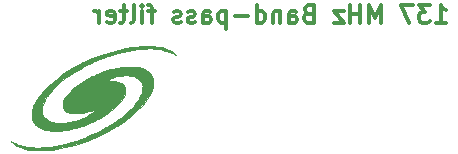
<source format=gbr>
G04 #@! TF.GenerationSoftware,KiCad,Pcbnew,(5.0.2)-1*
G04 #@! TF.CreationDate,2019-05-10T14:36:23+02:00*
G04 #@! TF.ProjectId,137Mhz-BandPass-Filter,3133374d-687a-42d4-9261-6e6450617373,rev?*
G04 #@! TF.SameCoordinates,Original*
G04 #@! TF.FileFunction,Legend,Bot*
G04 #@! TF.FilePolarity,Positive*
%FSLAX46Y46*%
G04 Gerber Fmt 4.6, Leading zero omitted, Abs format (unit mm)*
G04 Created by KiCad (PCBNEW (5.0.2)-1) date 05/10/19 14:36:23*
%MOMM*%
%LPD*%
G01*
G04 APERTURE LIST*
%ADD10C,0.300000*%
%ADD11C,0.010000*%
G04 APERTURE END LIST*
D10*
X150964285Y-113678571D02*
X151821428Y-113678571D01*
X151392857Y-113678571D02*
X151392857Y-112178571D01*
X151535714Y-112392857D01*
X151678571Y-112535714D01*
X151821428Y-112607142D01*
X150464285Y-112178571D02*
X149535714Y-112178571D01*
X150035714Y-112750000D01*
X149821428Y-112750000D01*
X149678571Y-112821428D01*
X149607142Y-112892857D01*
X149535714Y-113035714D01*
X149535714Y-113392857D01*
X149607142Y-113535714D01*
X149678571Y-113607142D01*
X149821428Y-113678571D01*
X150250000Y-113678571D01*
X150392857Y-113607142D01*
X150464285Y-113535714D01*
X149035714Y-112178571D02*
X148035714Y-112178571D01*
X148678571Y-113678571D01*
X146321428Y-113678571D02*
X146321428Y-112178571D01*
X145821428Y-113250000D01*
X145321428Y-112178571D01*
X145321428Y-113678571D01*
X144607142Y-113678571D02*
X144607142Y-112178571D01*
X144607142Y-112892857D02*
X143750000Y-112892857D01*
X143750000Y-113678571D02*
X143750000Y-112178571D01*
X143178571Y-112678571D02*
X142392857Y-112678571D01*
X143178571Y-113678571D01*
X142392857Y-113678571D01*
X140178571Y-112892857D02*
X139964285Y-112964285D01*
X139892857Y-113035714D01*
X139821428Y-113178571D01*
X139821428Y-113392857D01*
X139892857Y-113535714D01*
X139964285Y-113607142D01*
X140107142Y-113678571D01*
X140678571Y-113678571D01*
X140678571Y-112178571D01*
X140178571Y-112178571D01*
X140035714Y-112250000D01*
X139964285Y-112321428D01*
X139892857Y-112464285D01*
X139892857Y-112607142D01*
X139964285Y-112750000D01*
X140035714Y-112821428D01*
X140178571Y-112892857D01*
X140678571Y-112892857D01*
X138535714Y-113678571D02*
X138535714Y-112892857D01*
X138607142Y-112750000D01*
X138750000Y-112678571D01*
X139035714Y-112678571D01*
X139178571Y-112750000D01*
X138535714Y-113607142D02*
X138678571Y-113678571D01*
X139035714Y-113678571D01*
X139178571Y-113607142D01*
X139250000Y-113464285D01*
X139250000Y-113321428D01*
X139178571Y-113178571D01*
X139035714Y-113107142D01*
X138678571Y-113107142D01*
X138535714Y-113035714D01*
X137821428Y-112678571D02*
X137821428Y-113678571D01*
X137821428Y-112821428D02*
X137750000Y-112750000D01*
X137607142Y-112678571D01*
X137392857Y-112678571D01*
X137250000Y-112750000D01*
X137178571Y-112892857D01*
X137178571Y-113678571D01*
X135821428Y-113678571D02*
X135821428Y-112178571D01*
X135821428Y-113607142D02*
X135964285Y-113678571D01*
X136250000Y-113678571D01*
X136392857Y-113607142D01*
X136464285Y-113535714D01*
X136535714Y-113392857D01*
X136535714Y-112964285D01*
X136464285Y-112821428D01*
X136392857Y-112750000D01*
X136250000Y-112678571D01*
X135964285Y-112678571D01*
X135821428Y-112750000D01*
X135107142Y-113107142D02*
X133964285Y-113107142D01*
X133250000Y-112678571D02*
X133250000Y-114178571D01*
X133250000Y-112750000D02*
X133107142Y-112678571D01*
X132821428Y-112678571D01*
X132678571Y-112750000D01*
X132607142Y-112821428D01*
X132535714Y-112964285D01*
X132535714Y-113392857D01*
X132607142Y-113535714D01*
X132678571Y-113607142D01*
X132821428Y-113678571D01*
X133107142Y-113678571D01*
X133250000Y-113607142D01*
X131250000Y-113678571D02*
X131250000Y-112892857D01*
X131321428Y-112750000D01*
X131464285Y-112678571D01*
X131750000Y-112678571D01*
X131892857Y-112750000D01*
X131250000Y-113607142D02*
X131392857Y-113678571D01*
X131750000Y-113678571D01*
X131892857Y-113607142D01*
X131964285Y-113464285D01*
X131964285Y-113321428D01*
X131892857Y-113178571D01*
X131750000Y-113107142D01*
X131392857Y-113107142D01*
X131250000Y-113035714D01*
X130607142Y-113607142D02*
X130464285Y-113678571D01*
X130178571Y-113678571D01*
X130035714Y-113607142D01*
X129964285Y-113464285D01*
X129964285Y-113392857D01*
X130035714Y-113250000D01*
X130178571Y-113178571D01*
X130392857Y-113178571D01*
X130535714Y-113107142D01*
X130607142Y-112964285D01*
X130607142Y-112892857D01*
X130535714Y-112750000D01*
X130392857Y-112678571D01*
X130178571Y-112678571D01*
X130035714Y-112750000D01*
X129392857Y-113607142D02*
X129250000Y-113678571D01*
X128964285Y-113678571D01*
X128821428Y-113607142D01*
X128750000Y-113464285D01*
X128750000Y-113392857D01*
X128821428Y-113250000D01*
X128964285Y-113178571D01*
X129178571Y-113178571D01*
X129321428Y-113107142D01*
X129392857Y-112964285D01*
X129392857Y-112892857D01*
X129321428Y-112750000D01*
X129178571Y-112678571D01*
X128964285Y-112678571D01*
X128821428Y-112750000D01*
X127178571Y-112678571D02*
X126607142Y-112678571D01*
X126964285Y-113678571D02*
X126964285Y-112392857D01*
X126892857Y-112250000D01*
X126750000Y-112178571D01*
X126607142Y-112178571D01*
X126107142Y-113678571D02*
X126107142Y-112678571D01*
X126107142Y-112178571D02*
X126178571Y-112250000D01*
X126107142Y-112321428D01*
X126035714Y-112250000D01*
X126107142Y-112178571D01*
X126107142Y-112321428D01*
X125178571Y-113678571D02*
X125321428Y-113607142D01*
X125392857Y-113464285D01*
X125392857Y-112178571D01*
X124821428Y-112678571D02*
X124250000Y-112678571D01*
X124607142Y-112178571D02*
X124607142Y-113464285D01*
X124535714Y-113607142D01*
X124392857Y-113678571D01*
X124250000Y-113678571D01*
X123178571Y-113607142D02*
X123321428Y-113678571D01*
X123607142Y-113678571D01*
X123750000Y-113607142D01*
X123821428Y-113464285D01*
X123821428Y-112892857D01*
X123750000Y-112750000D01*
X123607142Y-112678571D01*
X123321428Y-112678571D01*
X123178571Y-112750000D01*
X123107142Y-112892857D01*
X123107142Y-113035714D01*
X123821428Y-113178571D01*
X122464285Y-113678571D02*
X122464285Y-112678571D01*
X122464285Y-112964285D02*
X122392857Y-112821428D01*
X122321428Y-112750000D01*
X122178571Y-112678571D01*
X122035714Y-112678571D01*
D11*
G04 #@! TO.C,G\002A\002A\002A*
G36*
X117911400Y-124452861D02*
X118418858Y-124408039D01*
X118951524Y-124333865D01*
X119507149Y-124230441D01*
X120083487Y-124097872D01*
X120678290Y-123936262D01*
X120970546Y-123848139D01*
X121204714Y-123773417D01*
X121411605Y-123702668D01*
X121606006Y-123630154D01*
X121802710Y-123550142D01*
X122016503Y-123456894D01*
X122228600Y-123360223D01*
X122377243Y-123290001D01*
X122545884Y-123207812D01*
X122726251Y-123117924D01*
X122910079Y-123024607D01*
X123089097Y-122932130D01*
X123255039Y-122844764D01*
X123399635Y-122766777D01*
X123514617Y-122702440D01*
X123589249Y-122657619D01*
X123665342Y-122609795D01*
X123753700Y-122555892D01*
X123780307Y-122540000D01*
X123837720Y-122504367D01*
X123927040Y-122447080D01*
X124038044Y-122374868D01*
X124160509Y-122294462D01*
X124284210Y-122212590D01*
X124398924Y-122135983D01*
X124494429Y-122071370D01*
X124540000Y-122039943D01*
X124656902Y-121955736D01*
X124795721Y-121851692D01*
X124946122Y-121735949D01*
X125097774Y-121616642D01*
X125240345Y-121501911D01*
X125363503Y-121399892D01*
X125456916Y-121318722D01*
X125464355Y-121311945D01*
X125801729Y-120989687D01*
X126097773Y-120679476D01*
X126351035Y-120383012D01*
X126560060Y-120102001D01*
X126723396Y-119838143D01*
X126725175Y-119834900D01*
X126770782Y-119751688D01*
X126808633Y-119682695D01*
X126829685Y-119644400D01*
X126857549Y-119587784D01*
X126894620Y-119504873D01*
X126933919Y-119412261D01*
X126968464Y-119326541D01*
X126991276Y-119264307D01*
X126995308Y-119250700D01*
X127009316Y-119195123D01*
X127029318Y-119116133D01*
X127037067Y-119085600D01*
X127049481Y-119006782D01*
X127057990Y-118893790D01*
X127062344Y-118763117D01*
X127062296Y-118631260D01*
X127057595Y-118514710D01*
X127047993Y-118429964D01*
X127047037Y-118425200D01*
X126987382Y-118251681D01*
X126885423Y-118078444D01*
X126748900Y-117914499D01*
X126585555Y-117768853D01*
X126403128Y-117650515D01*
X126364082Y-117630449D01*
X126102095Y-117524763D01*
X125807230Y-117449376D01*
X125477009Y-117403894D01*
X125108951Y-117387921D01*
X124870558Y-117392274D01*
X124729280Y-117398365D01*
X124601799Y-117405028D01*
X124498693Y-117411625D01*
X124430543Y-117417515D01*
X124413000Y-117419972D01*
X124355878Y-117430464D01*
X124267985Y-117445826D01*
X124171700Y-117462169D01*
X123925773Y-117508053D01*
X123668869Y-117564561D01*
X123410285Y-117629027D01*
X123159317Y-117698785D01*
X122925261Y-117771169D01*
X122717414Y-117843512D01*
X122545070Y-117913148D01*
X122463328Y-117952131D01*
X122399133Y-117980227D01*
X122349859Y-117993284D01*
X122346876Y-117993400D01*
X122310136Y-118004590D01*
X122236718Y-118035446D01*
X122134855Y-118081898D01*
X122012783Y-118139876D01*
X121878736Y-118205311D01*
X121740948Y-118274131D01*
X121607655Y-118342267D01*
X121487090Y-118405650D01*
X121387490Y-118460208D01*
X121317087Y-118501873D01*
X121313679Y-118504063D01*
X121255324Y-118541020D01*
X121176157Y-118590186D01*
X121130241Y-118618363D01*
X121048559Y-118670263D01*
X120946631Y-118737844D01*
X120845474Y-118807153D01*
X120838141Y-118812287D01*
X120751649Y-118872791D01*
X120676323Y-118925200D01*
X120625759Y-118960061D01*
X120618937Y-118964687D01*
X120567227Y-119002151D01*
X120542703Y-119022100D01*
X120508597Y-119050647D01*
X120448664Y-119099403D01*
X120387065Y-119148862D01*
X120310390Y-119213862D01*
X120214774Y-119300304D01*
X120116659Y-119393183D01*
X120080913Y-119428262D01*
X119851372Y-119674215D01*
X119666910Y-119910704D01*
X119528035Y-120136574D01*
X119435250Y-120350666D01*
X119389064Y-120551823D01*
X119389981Y-120738890D01*
X119435546Y-120903910D01*
X119477695Y-120986451D01*
X119532852Y-121058187D01*
X119613733Y-121134407D01*
X119657095Y-121170353D01*
X119695701Y-121192082D01*
X119766885Y-121224668D01*
X119855616Y-121261252D01*
X119860295Y-121263083D01*
X119930342Y-121288957D01*
X119993583Y-121307229D01*
X120061256Y-121319264D01*
X120144597Y-121326426D01*
X120254845Y-121330082D01*
X120403236Y-121331595D01*
X120425200Y-121331703D01*
X120570443Y-121331193D01*
X120705747Y-121328584D01*
X120819241Y-121324256D01*
X120899053Y-121318592D01*
X120920500Y-121315765D01*
X121109201Y-121279250D01*
X121330377Y-121230436D01*
X121568231Y-121172860D01*
X121636286Y-121155491D01*
X121753524Y-121128007D01*
X121861124Y-121107736D01*
X121944252Y-121097225D01*
X121977885Y-121096810D01*
X122060897Y-121104900D01*
X121973298Y-121204474D01*
X121871783Y-121298382D01*
X121728802Y-121400100D01*
X121552380Y-121505978D01*
X121350541Y-121612365D01*
X121131310Y-121715609D01*
X120902711Y-121812060D01*
X120672769Y-121898065D01*
X120449508Y-121969975D01*
X120240952Y-122024137D01*
X120120400Y-122047556D01*
X120042114Y-122062277D01*
X119993400Y-122072906D01*
X119854994Y-122098724D01*
X119685898Y-122119710D01*
X119498267Y-122135373D01*
X119304254Y-122145218D01*
X119116013Y-122148754D01*
X118945699Y-122145487D01*
X118805466Y-122134924D01*
X118736100Y-122123890D01*
X118544206Y-122079366D01*
X118390161Y-122034910D01*
X118261251Y-121985689D01*
X118144760Y-121926868D01*
X118031494Y-121855992D01*
X117878781Y-121724862D01*
X117750294Y-121552715D01*
X117705785Y-121473200D01*
X117677329Y-121409763D01*
X117658757Y-121342207D01*
X117647653Y-121256464D01*
X117641602Y-121138470D01*
X117640352Y-121092200D01*
X117639043Y-120961260D01*
X117644020Y-120862134D01*
X117657860Y-120775973D01*
X117683138Y-120683927D01*
X117705349Y-120616620D01*
X117792715Y-120393477D01*
X117898839Y-120175195D01*
X118014226Y-119980461D01*
X118066386Y-119905840D01*
X118116850Y-119835553D01*
X118152290Y-119781745D01*
X118164600Y-119757303D01*
X118181031Y-119730778D01*
X118226066Y-119674532D01*
X118293312Y-119595671D01*
X118376377Y-119501300D01*
X118468870Y-119398523D01*
X118564398Y-119294444D01*
X118656572Y-119196169D01*
X118738998Y-119110801D01*
X118803513Y-119047123D01*
X119025930Y-118845403D01*
X119277378Y-118633094D01*
X119541976Y-118423356D01*
X119695441Y-118307904D01*
X119780571Y-118244900D01*
X119851472Y-118191881D01*
X119897104Y-118157125D01*
X119906099Y-118149947D01*
X119948330Y-118121053D01*
X119993400Y-118095000D01*
X120049199Y-118062133D01*
X120080700Y-118039883D01*
X120140665Y-117995513D01*
X120237901Y-117931138D01*
X120365102Y-117851125D01*
X120514966Y-117759837D01*
X120680190Y-117661639D01*
X120853469Y-117560898D01*
X121027501Y-117461977D01*
X121194981Y-117369242D01*
X121276100Y-117325426D01*
X121392086Y-117264781D01*
X121525186Y-117197431D01*
X121667565Y-117127093D01*
X121811390Y-117057483D01*
X121948825Y-116992316D01*
X122072035Y-116935310D01*
X122173186Y-116890179D01*
X122244444Y-116860641D01*
X122277607Y-116850400D01*
X122310193Y-116840540D01*
X122375582Y-116814501D01*
X122460549Y-116777594D01*
X122473882Y-116771577D01*
X122584573Y-116723379D01*
X122700710Y-116675922D01*
X122787400Y-116643057D01*
X122974382Y-116577019D01*
X123150919Y-116515574D01*
X123310313Y-116460979D01*
X123445870Y-116415493D01*
X123550893Y-116381373D01*
X123618688Y-116360877D01*
X123638300Y-116356123D01*
X123688793Y-116343726D01*
X123768184Y-116320048D01*
X123841645Y-116296105D01*
X123969942Y-116256693D01*
X124137182Y-116211370D01*
X124332223Y-116162707D01*
X124543922Y-116113276D01*
X124761134Y-116065650D01*
X124972719Y-116022399D01*
X125167532Y-115986097D01*
X125233039Y-115974956D01*
X125778820Y-115900101D01*
X126300586Y-115858978D01*
X126795667Y-115851498D01*
X127261393Y-115877573D01*
X127695092Y-115937113D01*
X128094094Y-116030029D01*
X128239063Y-116075073D01*
X128376873Y-116123485D01*
X128509927Y-116174330D01*
X128628940Y-116223643D01*
X128724629Y-116267460D01*
X128787709Y-116301815D01*
X128807200Y-116317693D01*
X128839147Y-116343991D01*
X128889987Y-116371563D01*
X128942216Y-116392800D01*
X128978332Y-116400089D01*
X128985000Y-116395006D01*
X128966564Y-116368362D01*
X128917603Y-116319717D01*
X128847638Y-116258326D01*
X128826250Y-116240658D01*
X128607049Y-116089258D01*
X128344270Y-115955752D01*
X128042551Y-115842043D01*
X127706530Y-115750033D01*
X127549900Y-115717084D01*
X127454698Y-115704107D01*
X127318034Y-115692736D01*
X127149224Y-115683152D01*
X126957586Y-115675534D01*
X126752437Y-115670062D01*
X126543094Y-115666918D01*
X126338874Y-115666279D01*
X126149094Y-115668326D01*
X125983072Y-115673240D01*
X125850125Y-115681200D01*
X125822700Y-115683732D01*
X125275953Y-115753034D01*
X124708942Y-115850951D01*
X124130413Y-115974915D01*
X123549108Y-116122356D01*
X122973772Y-116290707D01*
X122413149Y-116477400D01*
X121875982Y-116679867D01*
X121371016Y-116895538D01*
X120906994Y-117121847D01*
X120882400Y-117134781D01*
X120317702Y-117449066D01*
X119781371Y-117779935D01*
X119276541Y-118124861D01*
X118806347Y-118481317D01*
X118373922Y-118846775D01*
X117982402Y-119218708D01*
X117634919Y-119594588D01*
X117334609Y-119971889D01*
X117293700Y-120028626D01*
X117237955Y-120109960D01*
X117196047Y-120176709D01*
X117175124Y-120217307D01*
X117174000Y-120222366D01*
X117156608Y-120259433D01*
X117142177Y-120274191D01*
X117114823Y-120310525D01*
X117072671Y-120382295D01*
X117021542Y-120478509D01*
X116967254Y-120588173D01*
X116915626Y-120700295D01*
X116910842Y-120711200D01*
X116852749Y-120864984D01*
X116801061Y-121039273D01*
X116768954Y-121181100D01*
X116757366Y-121278157D01*
X116752345Y-121398106D01*
X116753449Y-121525967D01*
X116760237Y-121646759D01*
X116772264Y-121745500D01*
X116787322Y-121803400D01*
X116814600Y-121879397D01*
X116828650Y-121932067D01*
X116855930Y-122000098D01*
X116893908Y-122056603D01*
X116930285Y-122104584D01*
X116945399Y-122136512D01*
X116964132Y-122170983D01*
X117013915Y-122226954D01*
X117085126Y-122295488D01*
X117168144Y-122367647D01*
X117253347Y-122434495D01*
X117305414Y-122470911D01*
X117557391Y-122608715D01*
X117836407Y-122711826D01*
X118128281Y-122775236D01*
X118189667Y-122783016D01*
X118269710Y-122793326D01*
X118327682Y-122803477D01*
X118346012Y-122808933D01*
X118374788Y-122811792D01*
X118444990Y-122814217D01*
X118547248Y-122816137D01*
X118672188Y-122817481D01*
X118810441Y-122818179D01*
X118952633Y-122818159D01*
X119089392Y-122817350D01*
X119211348Y-122815682D01*
X119218700Y-122815539D01*
X119262445Y-122811558D01*
X119344913Y-122801430D01*
X119454606Y-122786649D01*
X119580025Y-122768713D01*
X119590225Y-122767211D01*
X119836905Y-122726774D01*
X120086927Y-122678389D01*
X120329992Y-122624525D01*
X120555804Y-122567651D01*
X120754062Y-122510237D01*
X120914469Y-122454750D01*
X120945383Y-122442330D01*
X121011948Y-122417844D01*
X121058358Y-122406557D01*
X121066645Y-122406855D01*
X121099725Y-122400235D01*
X121159221Y-122375854D01*
X121186800Y-122362405D01*
X121256750Y-122330858D01*
X121312202Y-122312944D01*
X121324405Y-122311401D01*
X121357712Y-122300984D01*
X121428816Y-122272160D01*
X121529747Y-122228572D01*
X121652537Y-122173860D01*
X121789216Y-122111666D01*
X121931816Y-122045630D01*
X122072367Y-121979395D01*
X122202900Y-121916600D01*
X122315445Y-121860888D01*
X122358275Y-121839008D01*
X122545107Y-121741184D01*
X122688032Y-121663843D01*
X122789116Y-121605847D01*
X122836958Y-121575559D01*
X122885658Y-121542817D01*
X122964044Y-121490508D01*
X123059430Y-121427086D01*
X123120088Y-121386857D01*
X123415788Y-121177492D01*
X123692635Y-120954940D01*
X123945346Y-120724539D01*
X124168636Y-120491621D01*
X124357218Y-120261524D01*
X124505810Y-120039581D01*
X124566990Y-119926169D01*
X124645930Y-119743620D01*
X124691708Y-119581271D01*
X124707958Y-119424297D01*
X124706815Y-119355637D01*
X124675348Y-119176647D01*
X124599322Y-119020956D01*
X124478588Y-118888464D01*
X124312998Y-118779073D01*
X124102403Y-118692682D01*
X123846656Y-118629194D01*
X123562100Y-118590037D01*
X123404866Y-118573654D01*
X123296801Y-118558925D01*
X123236307Y-118545609D01*
X123222702Y-118538769D01*
X123223408Y-118509610D01*
X123265342Y-118469356D01*
X123341151Y-118421772D01*
X123443484Y-118370626D01*
X123564990Y-118319682D01*
X123698318Y-118272707D01*
X123801027Y-118242512D01*
X123940548Y-118206489D01*
X124057643Y-118180326D01*
X124166772Y-118162090D01*
X124282396Y-118149848D01*
X124418976Y-118141668D01*
X124590971Y-118135617D01*
X124603500Y-118135257D01*
X124797972Y-118132374D01*
X124958455Y-118137173D01*
X125101404Y-118151321D01*
X125243273Y-118176482D01*
X125400516Y-118214323D01*
X125410546Y-118216966D01*
X125549068Y-118270227D01*
X125695735Y-118354432D01*
X125837391Y-118459433D01*
X125960886Y-118575081D01*
X126053066Y-118691227D01*
X126075437Y-118730000D01*
X126126755Y-118875725D01*
X126151485Y-119052125D01*
X126149598Y-119246573D01*
X126121064Y-119446440D01*
X126077495Y-119606300D01*
X125972195Y-119857666D01*
X125823230Y-120123721D01*
X125634000Y-120400037D01*
X125407906Y-120682189D01*
X125148349Y-120965750D01*
X124858730Y-121246292D01*
X124728127Y-121362865D01*
X124610699Y-121461503D01*
X124468619Y-121575019D01*
X124310228Y-121697288D01*
X124143864Y-121822186D01*
X123977866Y-121943587D01*
X123820572Y-122055366D01*
X123680323Y-122151399D01*
X123565456Y-122225560D01*
X123506490Y-122260159D01*
X123424877Y-122307071D01*
X123331715Y-122363739D01*
X123295400Y-122386746D01*
X123073085Y-122522095D01*
X122811668Y-122667962D01*
X122520574Y-122819836D01*
X122209227Y-122973207D01*
X121887051Y-123123562D01*
X121563470Y-123266391D01*
X121247909Y-123397183D01*
X120949791Y-123511427D01*
X120933200Y-123517463D01*
X120829738Y-123555655D01*
X120733881Y-123592193D01*
X120664664Y-123619804D01*
X120659288Y-123622073D01*
X120592934Y-123646192D01*
X120542708Y-123657485D01*
X120539499Y-123657601D01*
X120492569Y-123667198D01*
X120426716Y-123690603D01*
X120419711Y-123693570D01*
X120339809Y-123723471D01*
X120224050Y-123761058D01*
X120086047Y-123802465D01*
X119939411Y-123843825D01*
X119797754Y-123881271D01*
X119674688Y-123910935D01*
X119601837Y-123925919D01*
X119540827Y-123940011D01*
X119505030Y-123953266D01*
X119465633Y-123966708D01*
X119402380Y-123979518D01*
X119401293Y-123979685D01*
X119337805Y-123991330D01*
X119243326Y-124010923D01*
X119136278Y-124034615D01*
X119115711Y-124039338D01*
X118999816Y-124064574D01*
X118884601Y-124087114D01*
X118793123Y-124102473D01*
X118785511Y-124103531D01*
X118700801Y-124115567D01*
X118630437Y-124126650D01*
X118609100Y-124130502D01*
X118550312Y-124139694D01*
X118452724Y-124152354D01*
X118328108Y-124167187D01*
X118188241Y-124182899D01*
X118044896Y-124198198D01*
X117909849Y-124211789D01*
X117794874Y-124222380D01*
X117720100Y-124228161D01*
X117610377Y-124233225D01*
X117473497Y-124236629D01*
X117323017Y-124238351D01*
X117172497Y-124238371D01*
X117035494Y-124236666D01*
X116925568Y-124233217D01*
X116869200Y-124229487D01*
X116795990Y-124222571D01*
X116696215Y-124213462D01*
X116610887Y-124205851D01*
X116476572Y-124189865D01*
X116316318Y-124164599D01*
X116153220Y-124134053D01*
X116010374Y-124102225D01*
X116005600Y-124101030D01*
X115935419Y-124083897D01*
X115854587Y-124064822D01*
X115853200Y-124064501D01*
X115749919Y-124036376D01*
X115640136Y-123999821D01*
X115541182Y-123961191D01*
X115470387Y-123926840D01*
X115460198Y-123920410D01*
X115401512Y-123892899D01*
X115364948Y-123886200D01*
X115326847Y-123874385D01*
X115319800Y-123860800D01*
X115299359Y-123837966D01*
X115283514Y-123835400D01*
X115235823Y-123818678D01*
X115212422Y-123800594D01*
X115166716Y-123764534D01*
X115109372Y-123730852D01*
X115055617Y-123706866D01*
X115020680Y-123699895D01*
X115014999Y-123705717D01*
X115035282Y-123742482D01*
X115090160Y-123798444D01*
X115170680Y-123866645D01*
X115267887Y-123940126D01*
X115372827Y-124011931D01*
X115476548Y-124075099D01*
X115521846Y-124099579D01*
X115830869Y-124233051D01*
X116178583Y-124336548D01*
X116562740Y-124410174D01*
X116981093Y-124454032D01*
X117431396Y-124468227D01*
X117911400Y-124452861D01*
X117911400Y-124452861D01*
G37*
X117911400Y-124452861D02*
X118418858Y-124408039D01*
X118951524Y-124333865D01*
X119507149Y-124230441D01*
X120083487Y-124097872D01*
X120678290Y-123936262D01*
X120970546Y-123848139D01*
X121204714Y-123773417D01*
X121411605Y-123702668D01*
X121606006Y-123630154D01*
X121802710Y-123550142D01*
X122016503Y-123456894D01*
X122228600Y-123360223D01*
X122377243Y-123290001D01*
X122545884Y-123207812D01*
X122726251Y-123117924D01*
X122910079Y-123024607D01*
X123089097Y-122932130D01*
X123255039Y-122844764D01*
X123399635Y-122766777D01*
X123514617Y-122702440D01*
X123589249Y-122657619D01*
X123665342Y-122609795D01*
X123753700Y-122555892D01*
X123780307Y-122540000D01*
X123837720Y-122504367D01*
X123927040Y-122447080D01*
X124038044Y-122374868D01*
X124160509Y-122294462D01*
X124284210Y-122212590D01*
X124398924Y-122135983D01*
X124494429Y-122071370D01*
X124540000Y-122039943D01*
X124656902Y-121955736D01*
X124795721Y-121851692D01*
X124946122Y-121735949D01*
X125097774Y-121616642D01*
X125240345Y-121501911D01*
X125363503Y-121399892D01*
X125456916Y-121318722D01*
X125464355Y-121311945D01*
X125801729Y-120989687D01*
X126097773Y-120679476D01*
X126351035Y-120383012D01*
X126560060Y-120102001D01*
X126723396Y-119838143D01*
X126725175Y-119834900D01*
X126770782Y-119751688D01*
X126808633Y-119682695D01*
X126829685Y-119644400D01*
X126857549Y-119587784D01*
X126894620Y-119504873D01*
X126933919Y-119412261D01*
X126968464Y-119326541D01*
X126991276Y-119264307D01*
X126995308Y-119250700D01*
X127009316Y-119195123D01*
X127029318Y-119116133D01*
X127037067Y-119085600D01*
X127049481Y-119006782D01*
X127057990Y-118893790D01*
X127062344Y-118763117D01*
X127062296Y-118631260D01*
X127057595Y-118514710D01*
X127047993Y-118429964D01*
X127047037Y-118425200D01*
X126987382Y-118251681D01*
X126885423Y-118078444D01*
X126748900Y-117914499D01*
X126585555Y-117768853D01*
X126403128Y-117650515D01*
X126364082Y-117630449D01*
X126102095Y-117524763D01*
X125807230Y-117449376D01*
X125477009Y-117403894D01*
X125108951Y-117387921D01*
X124870558Y-117392274D01*
X124729280Y-117398365D01*
X124601799Y-117405028D01*
X124498693Y-117411625D01*
X124430543Y-117417515D01*
X124413000Y-117419972D01*
X124355878Y-117430464D01*
X124267985Y-117445826D01*
X124171700Y-117462169D01*
X123925773Y-117508053D01*
X123668869Y-117564561D01*
X123410285Y-117629027D01*
X123159317Y-117698785D01*
X122925261Y-117771169D01*
X122717414Y-117843512D01*
X122545070Y-117913148D01*
X122463328Y-117952131D01*
X122399133Y-117980227D01*
X122349859Y-117993284D01*
X122346876Y-117993400D01*
X122310136Y-118004590D01*
X122236718Y-118035446D01*
X122134855Y-118081898D01*
X122012783Y-118139876D01*
X121878736Y-118205311D01*
X121740948Y-118274131D01*
X121607655Y-118342267D01*
X121487090Y-118405650D01*
X121387490Y-118460208D01*
X121317087Y-118501873D01*
X121313679Y-118504063D01*
X121255324Y-118541020D01*
X121176157Y-118590186D01*
X121130241Y-118618363D01*
X121048559Y-118670263D01*
X120946631Y-118737844D01*
X120845474Y-118807153D01*
X120838141Y-118812287D01*
X120751649Y-118872791D01*
X120676323Y-118925200D01*
X120625759Y-118960061D01*
X120618937Y-118964687D01*
X120567227Y-119002151D01*
X120542703Y-119022100D01*
X120508597Y-119050647D01*
X120448664Y-119099403D01*
X120387065Y-119148862D01*
X120310390Y-119213862D01*
X120214774Y-119300304D01*
X120116659Y-119393183D01*
X120080913Y-119428262D01*
X119851372Y-119674215D01*
X119666910Y-119910704D01*
X119528035Y-120136574D01*
X119435250Y-120350666D01*
X119389064Y-120551823D01*
X119389981Y-120738890D01*
X119435546Y-120903910D01*
X119477695Y-120986451D01*
X119532852Y-121058187D01*
X119613733Y-121134407D01*
X119657095Y-121170353D01*
X119695701Y-121192082D01*
X119766885Y-121224668D01*
X119855616Y-121261252D01*
X119860295Y-121263083D01*
X119930342Y-121288957D01*
X119993583Y-121307229D01*
X120061256Y-121319264D01*
X120144597Y-121326426D01*
X120254845Y-121330082D01*
X120403236Y-121331595D01*
X120425200Y-121331703D01*
X120570443Y-121331193D01*
X120705747Y-121328584D01*
X120819241Y-121324256D01*
X120899053Y-121318592D01*
X120920500Y-121315765D01*
X121109201Y-121279250D01*
X121330377Y-121230436D01*
X121568231Y-121172860D01*
X121636286Y-121155491D01*
X121753524Y-121128007D01*
X121861124Y-121107736D01*
X121944252Y-121097225D01*
X121977885Y-121096810D01*
X122060897Y-121104900D01*
X121973298Y-121204474D01*
X121871783Y-121298382D01*
X121728802Y-121400100D01*
X121552380Y-121505978D01*
X121350541Y-121612365D01*
X121131310Y-121715609D01*
X120902711Y-121812060D01*
X120672769Y-121898065D01*
X120449508Y-121969975D01*
X120240952Y-122024137D01*
X120120400Y-122047556D01*
X120042114Y-122062277D01*
X119993400Y-122072906D01*
X119854994Y-122098724D01*
X119685898Y-122119710D01*
X119498267Y-122135373D01*
X119304254Y-122145218D01*
X119116013Y-122148754D01*
X118945699Y-122145487D01*
X118805466Y-122134924D01*
X118736100Y-122123890D01*
X118544206Y-122079366D01*
X118390161Y-122034910D01*
X118261251Y-121985689D01*
X118144760Y-121926868D01*
X118031494Y-121855992D01*
X117878781Y-121724862D01*
X117750294Y-121552715D01*
X117705785Y-121473200D01*
X117677329Y-121409763D01*
X117658757Y-121342207D01*
X117647653Y-121256464D01*
X117641602Y-121138470D01*
X117640352Y-121092200D01*
X117639043Y-120961260D01*
X117644020Y-120862134D01*
X117657860Y-120775973D01*
X117683138Y-120683927D01*
X117705349Y-120616620D01*
X117792715Y-120393477D01*
X117898839Y-120175195D01*
X118014226Y-119980461D01*
X118066386Y-119905840D01*
X118116850Y-119835553D01*
X118152290Y-119781745D01*
X118164600Y-119757303D01*
X118181031Y-119730778D01*
X118226066Y-119674532D01*
X118293312Y-119595671D01*
X118376377Y-119501300D01*
X118468870Y-119398523D01*
X118564398Y-119294444D01*
X118656572Y-119196169D01*
X118738998Y-119110801D01*
X118803513Y-119047123D01*
X119025930Y-118845403D01*
X119277378Y-118633094D01*
X119541976Y-118423356D01*
X119695441Y-118307904D01*
X119780571Y-118244900D01*
X119851472Y-118191881D01*
X119897104Y-118157125D01*
X119906099Y-118149947D01*
X119948330Y-118121053D01*
X119993400Y-118095000D01*
X120049199Y-118062133D01*
X120080700Y-118039883D01*
X120140665Y-117995513D01*
X120237901Y-117931138D01*
X120365102Y-117851125D01*
X120514966Y-117759837D01*
X120680190Y-117661639D01*
X120853469Y-117560898D01*
X121027501Y-117461977D01*
X121194981Y-117369242D01*
X121276100Y-117325426D01*
X121392086Y-117264781D01*
X121525186Y-117197431D01*
X121667565Y-117127093D01*
X121811390Y-117057483D01*
X121948825Y-116992316D01*
X122072035Y-116935310D01*
X122173186Y-116890179D01*
X122244444Y-116860641D01*
X122277607Y-116850400D01*
X122310193Y-116840540D01*
X122375582Y-116814501D01*
X122460549Y-116777594D01*
X122473882Y-116771577D01*
X122584573Y-116723379D01*
X122700710Y-116675922D01*
X122787400Y-116643057D01*
X122974382Y-116577019D01*
X123150919Y-116515574D01*
X123310313Y-116460979D01*
X123445870Y-116415493D01*
X123550893Y-116381373D01*
X123618688Y-116360877D01*
X123638300Y-116356123D01*
X123688793Y-116343726D01*
X123768184Y-116320048D01*
X123841645Y-116296105D01*
X123969942Y-116256693D01*
X124137182Y-116211370D01*
X124332223Y-116162707D01*
X124543922Y-116113276D01*
X124761134Y-116065650D01*
X124972719Y-116022399D01*
X125167532Y-115986097D01*
X125233039Y-115974956D01*
X125778820Y-115900101D01*
X126300586Y-115858978D01*
X126795667Y-115851498D01*
X127261393Y-115877573D01*
X127695092Y-115937113D01*
X128094094Y-116030029D01*
X128239063Y-116075073D01*
X128376873Y-116123485D01*
X128509927Y-116174330D01*
X128628940Y-116223643D01*
X128724629Y-116267460D01*
X128787709Y-116301815D01*
X128807200Y-116317693D01*
X128839147Y-116343991D01*
X128889987Y-116371563D01*
X128942216Y-116392800D01*
X128978332Y-116400089D01*
X128985000Y-116395006D01*
X128966564Y-116368362D01*
X128917603Y-116319717D01*
X128847638Y-116258326D01*
X128826250Y-116240658D01*
X128607049Y-116089258D01*
X128344270Y-115955752D01*
X128042551Y-115842043D01*
X127706530Y-115750033D01*
X127549900Y-115717084D01*
X127454698Y-115704107D01*
X127318034Y-115692736D01*
X127149224Y-115683152D01*
X126957586Y-115675534D01*
X126752437Y-115670062D01*
X126543094Y-115666918D01*
X126338874Y-115666279D01*
X126149094Y-115668326D01*
X125983072Y-115673240D01*
X125850125Y-115681200D01*
X125822700Y-115683732D01*
X125275953Y-115753034D01*
X124708942Y-115850951D01*
X124130413Y-115974915D01*
X123549108Y-116122356D01*
X122973772Y-116290707D01*
X122413149Y-116477400D01*
X121875982Y-116679867D01*
X121371016Y-116895538D01*
X120906994Y-117121847D01*
X120882400Y-117134781D01*
X120317702Y-117449066D01*
X119781371Y-117779935D01*
X119276541Y-118124861D01*
X118806347Y-118481317D01*
X118373922Y-118846775D01*
X117982402Y-119218708D01*
X117634919Y-119594588D01*
X117334609Y-119971889D01*
X117293700Y-120028626D01*
X117237955Y-120109960D01*
X117196047Y-120176709D01*
X117175124Y-120217307D01*
X117174000Y-120222366D01*
X117156608Y-120259433D01*
X117142177Y-120274191D01*
X117114823Y-120310525D01*
X117072671Y-120382295D01*
X117021542Y-120478509D01*
X116967254Y-120588173D01*
X116915626Y-120700295D01*
X116910842Y-120711200D01*
X116852749Y-120864984D01*
X116801061Y-121039273D01*
X116768954Y-121181100D01*
X116757366Y-121278157D01*
X116752345Y-121398106D01*
X116753449Y-121525967D01*
X116760237Y-121646759D01*
X116772264Y-121745500D01*
X116787322Y-121803400D01*
X116814600Y-121879397D01*
X116828650Y-121932067D01*
X116855930Y-122000098D01*
X116893908Y-122056603D01*
X116930285Y-122104584D01*
X116945399Y-122136512D01*
X116964132Y-122170983D01*
X117013915Y-122226954D01*
X117085126Y-122295488D01*
X117168144Y-122367647D01*
X117253347Y-122434495D01*
X117305414Y-122470911D01*
X117557391Y-122608715D01*
X117836407Y-122711826D01*
X118128281Y-122775236D01*
X118189667Y-122783016D01*
X118269710Y-122793326D01*
X118327682Y-122803477D01*
X118346012Y-122808933D01*
X118374788Y-122811792D01*
X118444990Y-122814217D01*
X118547248Y-122816137D01*
X118672188Y-122817481D01*
X118810441Y-122818179D01*
X118952633Y-122818159D01*
X119089392Y-122817350D01*
X119211348Y-122815682D01*
X119218700Y-122815539D01*
X119262445Y-122811558D01*
X119344913Y-122801430D01*
X119454606Y-122786649D01*
X119580025Y-122768713D01*
X119590225Y-122767211D01*
X119836905Y-122726774D01*
X120086927Y-122678389D01*
X120329992Y-122624525D01*
X120555804Y-122567651D01*
X120754062Y-122510237D01*
X120914469Y-122454750D01*
X120945383Y-122442330D01*
X121011948Y-122417844D01*
X121058358Y-122406557D01*
X121066645Y-122406855D01*
X121099725Y-122400235D01*
X121159221Y-122375854D01*
X121186800Y-122362405D01*
X121256750Y-122330858D01*
X121312202Y-122312944D01*
X121324405Y-122311401D01*
X121357712Y-122300984D01*
X121428816Y-122272160D01*
X121529747Y-122228572D01*
X121652537Y-122173860D01*
X121789216Y-122111666D01*
X121931816Y-122045630D01*
X122072367Y-121979395D01*
X122202900Y-121916600D01*
X122315445Y-121860888D01*
X122358275Y-121839008D01*
X122545107Y-121741184D01*
X122688032Y-121663843D01*
X122789116Y-121605847D01*
X122836958Y-121575559D01*
X122885658Y-121542817D01*
X122964044Y-121490508D01*
X123059430Y-121427086D01*
X123120088Y-121386857D01*
X123415788Y-121177492D01*
X123692635Y-120954940D01*
X123945346Y-120724539D01*
X124168636Y-120491621D01*
X124357218Y-120261524D01*
X124505810Y-120039581D01*
X124566990Y-119926169D01*
X124645930Y-119743620D01*
X124691708Y-119581271D01*
X124707958Y-119424297D01*
X124706815Y-119355637D01*
X124675348Y-119176647D01*
X124599322Y-119020956D01*
X124478588Y-118888464D01*
X124312998Y-118779073D01*
X124102403Y-118692682D01*
X123846656Y-118629194D01*
X123562100Y-118590037D01*
X123404866Y-118573654D01*
X123296801Y-118558925D01*
X123236307Y-118545609D01*
X123222702Y-118538769D01*
X123223408Y-118509610D01*
X123265342Y-118469356D01*
X123341151Y-118421772D01*
X123443484Y-118370626D01*
X123564990Y-118319682D01*
X123698318Y-118272707D01*
X123801027Y-118242512D01*
X123940548Y-118206489D01*
X124057643Y-118180326D01*
X124166772Y-118162090D01*
X124282396Y-118149848D01*
X124418976Y-118141668D01*
X124590971Y-118135617D01*
X124603500Y-118135257D01*
X124797972Y-118132374D01*
X124958455Y-118137173D01*
X125101404Y-118151321D01*
X125243273Y-118176482D01*
X125400516Y-118214323D01*
X125410546Y-118216966D01*
X125549068Y-118270227D01*
X125695735Y-118354432D01*
X125837391Y-118459433D01*
X125960886Y-118575081D01*
X126053066Y-118691227D01*
X126075437Y-118730000D01*
X126126755Y-118875725D01*
X126151485Y-119052125D01*
X126149598Y-119246573D01*
X126121064Y-119446440D01*
X126077495Y-119606300D01*
X125972195Y-119857666D01*
X125823230Y-120123721D01*
X125634000Y-120400037D01*
X125407906Y-120682189D01*
X125148349Y-120965750D01*
X124858730Y-121246292D01*
X124728127Y-121362865D01*
X124610699Y-121461503D01*
X124468619Y-121575019D01*
X124310228Y-121697288D01*
X124143864Y-121822186D01*
X123977866Y-121943587D01*
X123820572Y-122055366D01*
X123680323Y-122151399D01*
X123565456Y-122225560D01*
X123506490Y-122260159D01*
X123424877Y-122307071D01*
X123331715Y-122363739D01*
X123295400Y-122386746D01*
X123073085Y-122522095D01*
X122811668Y-122667962D01*
X122520574Y-122819836D01*
X122209227Y-122973207D01*
X121887051Y-123123562D01*
X121563470Y-123266391D01*
X121247909Y-123397183D01*
X120949791Y-123511427D01*
X120933200Y-123517463D01*
X120829738Y-123555655D01*
X120733881Y-123592193D01*
X120664664Y-123619804D01*
X120659288Y-123622073D01*
X120592934Y-123646192D01*
X120542708Y-123657485D01*
X120539499Y-123657601D01*
X120492569Y-123667198D01*
X120426716Y-123690603D01*
X120419711Y-123693570D01*
X120339809Y-123723471D01*
X120224050Y-123761058D01*
X120086047Y-123802465D01*
X119939411Y-123843825D01*
X119797754Y-123881271D01*
X119674688Y-123910935D01*
X119601837Y-123925919D01*
X119540827Y-123940011D01*
X119505030Y-123953266D01*
X119465633Y-123966708D01*
X119402380Y-123979518D01*
X119401293Y-123979685D01*
X119337805Y-123991330D01*
X119243326Y-124010923D01*
X119136278Y-124034615D01*
X119115711Y-124039338D01*
X118999816Y-124064574D01*
X118884601Y-124087114D01*
X118793123Y-124102473D01*
X118785511Y-124103531D01*
X118700801Y-124115567D01*
X118630437Y-124126650D01*
X118609100Y-124130502D01*
X118550312Y-124139694D01*
X118452724Y-124152354D01*
X118328108Y-124167187D01*
X118188241Y-124182899D01*
X118044896Y-124198198D01*
X117909849Y-124211789D01*
X117794874Y-124222380D01*
X117720100Y-124228161D01*
X117610377Y-124233225D01*
X117473497Y-124236629D01*
X117323017Y-124238351D01*
X117172497Y-124238371D01*
X117035494Y-124236666D01*
X116925568Y-124233217D01*
X116869200Y-124229487D01*
X116795990Y-124222571D01*
X116696215Y-124213462D01*
X116610887Y-124205851D01*
X116476572Y-124189865D01*
X116316318Y-124164599D01*
X116153220Y-124134053D01*
X116010374Y-124102225D01*
X116005600Y-124101030D01*
X115935419Y-124083897D01*
X115854587Y-124064822D01*
X115853200Y-124064501D01*
X115749919Y-124036376D01*
X115640136Y-123999821D01*
X115541182Y-123961191D01*
X115470387Y-123926840D01*
X115460198Y-123920410D01*
X115401512Y-123892899D01*
X115364948Y-123886200D01*
X115326847Y-123874385D01*
X115319800Y-123860800D01*
X115299359Y-123837966D01*
X115283514Y-123835400D01*
X115235823Y-123818678D01*
X115212422Y-123800594D01*
X115166716Y-123764534D01*
X115109372Y-123730852D01*
X115055617Y-123706866D01*
X115020680Y-123699895D01*
X115014999Y-123705717D01*
X115035282Y-123742482D01*
X115090160Y-123798444D01*
X115170680Y-123866645D01*
X115267887Y-123940126D01*
X115372827Y-124011931D01*
X115476548Y-124075099D01*
X115521846Y-124099579D01*
X115830869Y-124233051D01*
X116178583Y-124336548D01*
X116562740Y-124410174D01*
X116981093Y-124454032D01*
X117431396Y-124468227D01*
X117911400Y-124452861D01*
G04 #@! TD*
M02*

</source>
